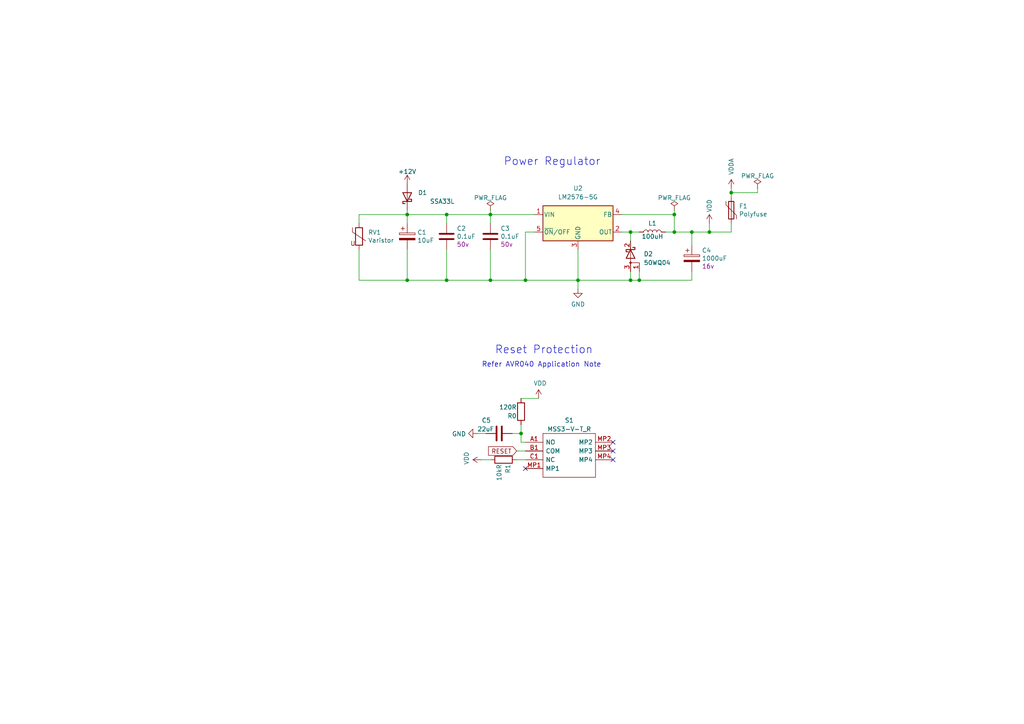
<source format=kicad_sch>
(kicad_sch (version 20211123) (generator eeschema)
  (paper "A4")
  (title_block (title "Speeduino board for Teensy 4.1") (date "2023-01-02") (rev "5") (company "Fontys Eindhoven EXPO group 13 || Speeduino") (comment 1 "Adapted from Speeduino V0.4.4c board"))
  (lib_symbols
    (symbol "Device:C" (pin_numbers hide) (pin_names (offset 0.254))
      (property "Reference" "C" (at 0.635 2.54 0))
      (property "Value" "C" (at 0.635 -2.54 0))
      (symbol "C_0_1"
        (polyline (pts (xy -2.032 -0.762) (xy 2.032 -0.762)) (stroke (width 0.508)))
        (polyline (pts (xy -2.032 0.762) (xy 2.032 0.762)) (stroke (width 0.508)))
      )
      (symbol "C_1_1"
        (pin passive line (at 0 3.81 270) (length 2.794) (name "~") (number "1"))
        (pin passive line (at 0 -3.81 90) (length 2.794) (name "~") (number "2"))
      )
    )
    (symbol "Device:C_Polarized" (pin_numbers hide) (pin_names (offset 0.254))
      (property "Reference" "C" (at 0.635 2.54 0))
      (property "Value" "C_Polarized" (at 0.635 -2.54 0))
      (symbol "C_Polarized_0_1"
        (rectangle (start -2.286 0.508) (end 2.286 1.016))
        (polyline (pts (xy -1.778 2.286) (xy -0.762 2.286)))
        (polyline (pts (xy -1.27 2.794) (xy -1.27 1.778)))
        (rectangle (start 2.286 -0.508) (end -2.286 -1.016) (fill (type outline)))
      )
      (symbol "C_Polarized_1_1"
        (pin passive line (at 0 3.81 270) (length 2.794) (name "~") (number "1"))
        (pin passive line (at 0 -3.81 90) (length 2.794) (name "~") (number "2"))
      )
    )
    (symbol "Device:D_Schottky" (pin_numbers hide) (pin_names (offset 1.016) hide)
      (property "Reference" "D" (at 0 2.54 0))
      (property "Value" "D_Schottky" (at 0 -2.54 0))
      (symbol "D_Schottky_0_1"
        (polyline (pts (xy 1.27 0) (xy -1.27 0)))
        (polyline (pts (xy 1.27 1.27) (xy 1.27 -1.27) (xy -1.27 0) (xy 1.27 1.27)) (stroke (width 0.254)))
        (polyline (pts (xy -1.905 0.635) (xy -1.905 1.27) (xy -1.27 1.27) (xy -1.27 -1.27) (xy -0.635 -1.27) (xy -0.635 -0.635)) (stroke (width 0.254)))
      )
      (symbol "D_Schottky_1_1"
        (pin passive line (at -3.81 0 0) (length 2.54) (name "K") (number "1"))
        (pin passive line (at 3.81 0 180) (length 2.54) (name "A") (number "2"))
      )
    )
    (symbol "Device:D_Schottky_AKA" (pin_names (offset 0) hide)
      (property "Reference" "D" (at 0 2.54 0))
      (property "Value" "D_Schottky_AKA" (at 0 -2.54 0))
      (symbol "D_Schottky_AKA_0_1"
        (polyline (pts (xy 1.27 1.27) (xy 1.27 -1.27) (xy -1.27 0) (xy 1.27 1.27)) (stroke (width 0.254)))
        (polyline (pts (xy 3.81 2.54) (xy 2.54 2.54) (xy 2.54 0) (xy -1.27 0)))
        (polyline (pts (xy -1.905 0.635) (xy -1.905 1.27) (xy -1.27 1.27) (xy -1.27 -1.27) (xy -0.635 -1.27) (xy -0.635 -0.635)) (stroke (width 0.254)))
        (circle (center 2.54 0) (radius 0.254) (fill (type outline)))
      )
      (symbol "D_Schottky_AKA_1_1"
        (pin input line (at 5.08 2.54 180) (length 2.54) (name "A") (number "1"))
        (pin passive line (at -3.81 0 0) (length 2.54) (name "K") (number "2"))
        (pin passive line (at 5.08 0 180) (length 2.54) (name "A") (number "3"))
      )
    )
    (symbol "Device:L" (pin_numbers hide) (pin_names (offset 1.016) hide)
      (property "Reference" "L" (at -1.27 0 90))
      (property "Value" "L" (at 1.905 0 90))
      (symbol "L_0_1"
        (arc (start 0 -2.54) (mid 0.635 -1.905) (end 0 -1.27))
        (arc (start 0 -1.27) (mid 0.635 -0.635) (end 0 0))
        (arc (start 0 0) (mid 0.635 0.635) (end 0 1.27))
        (arc (start 0 1.27) (mid 0.635 1.905) (end 0 2.54))
      )
      (symbol "L_1_1"
        (pin passive line (at 0 3.81 270) (length 1.27) (name "1") (number "1"))
        (pin passive line (at 0 -3.81 90) (length 1.27) (name "2") (number "2"))
      )
    )
    (symbol "Device:Polyfuse" (pin_numbers hide) (pin_names (offset 0))
      (property "Reference" "F" (at -2.54 0 90))
      (property "Value" "Polyfuse" (at 2.54 0 90))
      (symbol "Polyfuse_0_1"
        (rectangle (start -0.762 2.54) (end 0.762 -2.54) (stroke (width 0.254)))
        (polyline (pts (xy 0 2.54) (xy 0 -2.54)))
        (polyline (pts (xy -1.524 2.54) (xy -1.524 1.524) (xy 1.524 -1.524) (xy 1.524 -2.54)))
      )
      (symbol "Polyfuse_1_1"
        (pin passive line (at 0 3.81 270) (length 1.27) (name "~") (number "1"))
        (pin passive line (at 0 -3.81 90) (length 1.27) (name "~") (number "2"))
      )
    )
    (symbol "Device:R" (pin_numbers hide) (pin_names (offset 0))
      (property "Reference" "R" (at 2.032 0 90))
      (property "Value" "R" (at 0 0 90))
      (symbol "R_0_1"
        (rectangle (start -1.016 -2.54) (end 1.016 2.54) (stroke (width 0.254)))
      )
      (symbol "R_1_1"
        (pin passive line (at 0 3.81 270) (length 1.27) (name "~") (number "1"))
        (pin passive line (at 0 -3.81 90) (length 1.27) (name "~") (number "2"))
      )
    )
    (symbol "Device:Varistor" (pin_numbers hide) (pin_names (offset 0))
      (property "Reference" "RV" (at 3.175 0 90))
      (property "Value" "Varistor" (at -3.175 0 90))
      (symbol "Varistor_0_0"
        (text "U" (at -1.778 -2.032 0) (effects (font (size 1.27 1.27))))
      )
      (symbol "Varistor_0_1"
        (rectangle (start -1.016 -2.54) (end 1.016 2.54) (stroke (width 0.254)))
        (polyline (pts (xy -1.905 2.54) (xy -1.905 1.27) (xy 1.905 -1.27)))
      )
      (symbol "Varistor_1_1"
        (pin passive line (at 0 3.81 270) (length 1.27) (name "~") (number "1"))
        (pin passive line (at 0 -3.81 90) (length 1.27) (name "~") (number "2"))
      )
    )
    (symbol "Regulator_Switching:LM2576HVS-5" (pin_names (offset 0.254))
      (property "Reference" "U" (at -10.16 6.35 0))
      (property "Value" "LM2576HVS-5" (at 0 6.35 0))
      (symbol "LM2576HVS-5_0_1"
        (rectangle (start -10.16 5.08) (end 10.16 -5.08) (stroke (width 0.254)) (fill (type background)))
      )
      (symbol "LM2576HVS-5_1_1"
        (pin power_in line (at -12.7 2.54 0) (length 2.54) (name "VIN") (number "1"))
        (pin output line (at 12.7 -2.54 180) (length 2.54) (name "OUT") (number "2"))
        (pin power_in line (at 0 -7.62 90) (length 2.54) (name "GND") (number "3"))
        (pin input line (at 12.7 2.54 180) (length 2.54) (name "FB") (number "4"))
        (pin input line (at -12.7 -2.54 0) (length 2.54) (name "~{ON}/OFF") (number "5"))
      )
    )
    (symbol "Speeduino-lib:MSS3-V-T_R" (pin_names (offset 0.762))
      (property "Reference" "S" (at 21.59 7.62 0))
      (property "Value" "MSS3-V-T_R" (at 21.59 5.08 0))
      (symbol "MSS3-V-T_R_0_0"
        (pin passive line (at 0 0 0) (length 5.08) (name "NO") (number "A1"))
        (pin passive line (at 0 -2.54 0) (length 5.08) (name "COM") (number "B1"))
        (pin passive line (at 0 -5.08 0) (length 5.08) (name "NC") (number "C1"))
        (pin passive line (at 0 -7.62 0) (length 5.08) (name "MP1") (number "MP1"))
        (pin passive line (at 25.4 0 180) (length 5.08) (name "MP2") (number "MP2"))
        (pin passive line (at 25.4 -2.54 180) (length 5.08) (name "MP3") (number "MP3"))
        (pin passive line (at 25.4 -5.08 180) (length 5.08) (name "MP4") (number "MP4"))
      )
      (symbol "MSS3-V-T_R_0_1"
        (polyline (pts (xy 5.08 2.54) (xy 20.32 2.54) (xy 20.32 -10.16) (xy 5.08 -10.16) (xy 5.08 2.54)) (stroke (width 0.1524)))
      )
    )
    (symbol "power:+12V" (power) (pin_names (offset 0))
      (property "Value" "+12V" (at 0 3.556 0))
      (symbol "+12V_0_1"
        (polyline (pts (xy -0.762 1.27) (xy 0 2.54)))
        (polyline (pts (xy 0 0) (xy 0 2.54)))
        (polyline (pts (xy 0 2.54) (xy 0.762 1.27)))
      )
      (symbol "+12V_1_1"
        (pin power_in line (at 0 0 90) (length 0) hide (name "+12V") (number "1"))
      )
    )
    (symbol "power:GND" (power) (pin_names (offset 0))
      (property "Value" "GND" (at 0 -3.81 0))
      (symbol "GND_0_1"
        (polyline (pts (xy 0 0) (xy 0 -1.27) (xy 1.27 -1.27) (xy 0 -2.54) (xy -1.27 -1.27) (xy 0 -1.27)))
      )
      (symbol "GND_1_1"
        (pin power_in line (at 0 0 270) (length 0) hide (name "GND") (number "1"))
      )
    )
    (symbol "power:PWR_FLAG" (power) (pin_numbers hide) (pin_names (offset 0) hide)
      (property "Value" "PWR_FLAG" (at 0 3.81 0))
      (symbol "PWR_FLAG_0_0"
        (pin power_out line (at 0 0 90) (length 0) (name "pwr") (number "1"))
      )
      (symbol "PWR_FLAG_0_1"
        (polyline (pts (xy 0 0) (xy 0 1.27) (xy -1.016 1.905) (xy 0 2.54) (xy 1.016 1.905) (xy 0 1.27)))
      )
    )
    (symbol "power:VDD" (power) (pin_names (offset 0))
      (property "Value" "VDD" (at 0 3.81 0))
      (symbol "VDD_0_1"
        (polyline (pts (xy -0.762 1.27) (xy 0 2.54)))
        (polyline (pts (xy 0 0) (xy 0 2.54)))
        (polyline (pts (xy 0 2.54) (xy 0.762 1.27)))
      )
      (symbol "VDD_1_1"
        (pin power_in line (at 0 0 90) (length 0) hide (name "VDD") (number "1"))
      )
    )
    (symbol "power:VDDA" (power) (pin_names (offset 0))
      (property "Value" "VDDA" (at 0 3.81 0))
      (symbol "VDDA_0_1"
        (polyline (pts (xy -0.762 1.27) (xy 0 2.54)))
        (polyline (pts (xy 0 0) (xy 0 2.54)))
        (polyline (pts (xy 0 2.54) (xy 0.762 1.27)))
      )
      (symbol "VDDA_1_1"
        (pin power_in line (at 0 0 90) (length 0) hide (name "VDDA") (number "1"))
      )
    )
  )
  (junction (at 185.42 81.28))
  (junction (at 152.4 81.28))
  (junction (at 200.66 67.31))
  (junction (at 151.13 125.73))
  (junction (at 195.58 62.23))
  (junction (at 118.11 62.23))
  (junction (at 212.09 55.88))
  (junction (at 205.74 67.31))
  (junction (at 142.24 62.23))
  (junction (at 182.88 67.31))
  (junction (at 129.54 62.23))
  (junction (at 129.54 81.28))
  (junction (at 182.88 81.28))
  (junction (at 142.24 81.28))
  (junction (at 195.58 67.31))
  (junction (at 167.64 81.28))
  (junction (at 118.11 81.28))
  (no_connect (at 177.8 133.35))
  (no_connect (at 177.8 128.27))
  (no_connect (at 152.4 135.89))
  (no_connect (at 177.8 130.81))
  (wire (pts (xy 185.42 81.28) (xy 200.66 81.28)))
  (wire (pts (xy 212.09 55.88) (xy 219.71 55.88)))
  (wire (pts (xy 151.13 128.27) (xy 152.4 128.27)))
  (wire (pts (xy 104.14 81.28) (xy 118.11 81.28)))
  (wire (pts (xy 185.42 78.74) (xy 185.42 81.28)))
  (wire (pts (xy 149.86 130.81) (xy 152.4 130.81)))
  (wire (pts (xy 142.24 60.96) (xy 142.24 62.23)))
  (wire (pts (xy 182.88 67.31) (xy 185.42 67.31)))
  (wire (pts (xy 118.11 62.23) (xy 104.14 62.23)))
  (wire (pts (xy 104.14 72.39) (xy 104.14 81.28)))
  (wire (pts (xy 212.09 54.61) (xy 212.09 55.88)))
  (wire (pts (xy 151.13 128.27) (xy 151.13 125.73)))
  (wire (pts (xy 118.11 62.23) (xy 118.11 64.77)))
  (wire (pts (xy 149.86 133.35) (xy 152.4 133.35)))
  (wire (pts (xy 151.13 125.73) (xy 151.13 123.19)))
  (wire (pts (xy 205.74 67.31) (xy 212.09 67.31)))
  (wire (pts (xy 118.11 60.96) (xy 118.11 62.23)))
  (wire (pts (xy 151.13 115.57) (xy 156.21 115.57)))
  (wire (pts (xy 167.64 81.28) (xy 167.64 83.82)))
  (wire (pts (xy 182.88 81.28) (xy 185.42 81.28)))
  (wire (pts (xy 129.54 62.23) (xy 129.54 64.77)))
  (wire (pts (xy 205.74 64.77) (xy 205.74 67.31)))
  (wire (pts (xy 118.11 72.39) (xy 118.11 81.28)))
  (wire (pts (xy 212.09 64.77) (xy 212.09 67.31)))
  (wire (pts (xy 195.58 67.31) (xy 195.58 62.23)))
  (wire (pts (xy 182.88 69.85) (xy 182.88 67.31)))
  (wire (pts (xy 129.54 72.39) (xy 129.54 81.28)))
  (wire (pts (xy 118.11 62.23) (xy 129.54 62.23)))
  (wire (pts (xy 219.71 54.61) (xy 219.71 55.88)))
  (wire (pts (xy 142.24 62.23) (xy 142.24 64.77)))
  (wire (pts (xy 142.24 72.39) (xy 142.24 81.28)))
  (wire (pts (xy 139.7 133.35) (xy 142.24 133.35)))
  (wire (pts (xy 167.64 72.39) (xy 167.64 81.28)))
  (wire (pts (xy 152.4 81.28) (xy 167.64 81.28)))
  (wire (pts (xy 200.66 67.31) (xy 205.74 67.31)))
  (wire (pts (xy 142.24 81.28) (xy 152.4 81.28)))
  (wire (pts (xy 182.88 78.74) (xy 182.88 81.28)))
  (wire (pts (xy 129.54 81.28) (xy 142.24 81.28)))
  (wire (pts (xy 129.54 62.23) (xy 142.24 62.23)))
  (wire (pts (xy 104.14 62.23) (xy 104.14 64.77)))
  (wire (pts (xy 193.04 67.31) (xy 195.58 67.31)))
  (wire (pts (xy 195.58 62.23) (xy 180.34 62.23)))
  (wire (pts (xy 195.58 60.96) (xy 195.58 62.23)))
  (wire (pts (xy 167.64 81.28) (xy 182.88 81.28)))
  (wire (pts (xy 180.34 67.31) (xy 182.88 67.31)))
  (wire (pts (xy 195.58 67.31) (xy 200.66 67.31)))
  (wire (pts (xy 200.66 67.31) (xy 200.66 71.12)))
  (wire (pts (xy 148.59 125.73) (xy 151.13 125.73)))
  (wire (pts (xy 200.66 78.74) (xy 200.66 81.28)))
  (wire (pts (xy 152.4 81.28) (xy 152.4 67.31)))
  (wire (pts (xy 118.11 81.28) (xy 129.54 81.28)))
  (wire (pts (xy 138.43 125.73) (xy 140.97 125.73)))
  (wire (pts (xy 142.24 62.23) (xy 154.94 62.23)))
  (wire (pts (xy 152.4 67.31) (xy 154.94 67.31)))
  (wire (pts (xy 212.09 55.88) (xy 212.09 57.15)))
  (text "Power Regulator" (at 146.05 48.26 0) (effects (font (size 2.2606 2.2606)) (justify left bottom)))
  (text "Reset Protection" (at 143.51 102.87 0) (effects (font (size 2.2606 2.2606)) (justify left bottom)))
  (text "Refer AVR040 Application Note" (at 139.7 106.68 0) (effects (font (size 1.4732 1.4732)) (justify left bottom)))
  (global_label "RESET" (shape input) (at 149.86 130.81 180) (property "Intersheet References" "${INTERSHEET_REFS}" (effects hide)))
  (symbol (lib_id "Device:R") (at 146.05 133.35 270) (unit 1)
    (property "Reference" "R1" (at 147.32 134.62 0) (effects (justify left)))
    (property "Value" "10kR" (at 144.78 134.62 0) (effects (justify left)))
    (property "Footprint" "Resistor_SMD:R_0805_2012Metric" (effects hide))
    (property "Digikey Part Number" "3399587" (effects hide))
    (property "Manufacturer_Name" "Neohm" (effects hide))
    (property "Manufacturer_Part_Number" "CRG0805F10K/10" (effects hide))
    (property "URL" "https://nl.farnell.com/te-connectivity-neohm/crg0805f10k-10/res-10k-1-0-125w-0805-thick-film/dp/3399587" (effects hide))
  )
  (symbol (lib_id "power:VDD") (at 139.7 133.35 90) (unit 1)
    (property "Reference" "#PWR0158" (effects hide))
    (property "Value" "VDD" (at 135.3058 132.9182 0))
  )
  (symbol (lib_id "Device:C") (at 144.78 125.73 270) (unit 1)
    (property "Reference" "C5" (at 139.7 121.92 90) (effects (justify left)))
    (property "Value" "22uF" (at 138.43 124.46 90) (effects (justify left)))
    (property "Footprint" "Capacitor_SMD:C_0805_2012Metric" (effects hide))
    (property "Digikey Part Number" "3581408" (effects hide))
    (property "Manufacturer_Name" "Murata" (effects hide))
    (property "Manufacturer_Part_Number" "GRM21BR61A226ME51K" (effects hide))
    (property "URL" "https://nl.farnell.com/murata/grm21br61a226me51k/cap-22uf-10v-mlcc-0805/dp/3581408" (effects hide))
  )
  (symbol (lib_id "Device:R") (at 151.13 119.38 180) (unit 1)
    (property "Reference" "R0" (at 149.86 120.65 0) (effects (justify left)))
    (property "Value" "120R" (at 149.86 118.11 0) (effects (justify left)))
    (property "Footprint" "Resistor_SMD:R_0603_1608Metric" (effects hide))
    (property "Digikey Part Number" "2670000" (effects hide))
    (property "Manufacturer_Name" "Walsin" (effects hide))
    (property "Manufacturer_Part_Number" "WF06P1200FTL" (effects hide))
    (property "URL" "https://nl.farnell.com/walsin/wf06p1200ftl/res-120r-1-0-125w-0603-thick-film/dp/2670000" (effects hide))
  )
  (symbol (lib_id "power:VDD") (at 156.21 115.57 0) (unit 1)
    (property "Reference" "#PWR0160" (effects hide))
    (property "Value" "VDD" (at 156.6418 111.1758 0))
  )
  (symbol (lib_id "power:GND") (at 138.43 125.73 270) (unit 1)
    (property "Reference" "#PWR0159" (effects hide))
    (property "Value" "GND" (at 135.1788 125.857 90) (effects (justify right)))
  )
  (symbol (lib_id "Device:L") (at 189.23 67.31 90) (unit 1)
    (property "Reference" "L1" (at 189.23 64.77 90))
    (property "Value" "100uH" (at 189.23 68.58 90))
    (property "Footprint" "Inductor_SMD:L_12x12mm_H8mm" (effects hide))
    (property "Digikey Part Number" "2288307" (effects hide))
    (property "Manufacturer_Name" "Coilcraft" (effects hide))
    (property "Manufacturer_Part_Number" "MSS1210-104KED" (effects hide))
    (property "URL" "https://nl.farnell.com/coilcraft/mss1210-104ked/inductor-100uh-3-4a-10-pwr-3-6mhz/dp/2288307?st=2288307" (effects hide))
  )
  (symbol (lib_id "Device:Varistor") (at 104.14 68.58 0) (unit 1)
    (property "Reference" "RV1" (at 106.7562 67.4116 0) (effects (justify left)))
    (property "Value" "Varistor" (at 106.7562 69.723 0) (effects (justify left)))
    (property "Footprint" "Capacitor_SMD:C_2220_5650Metric" (effects hide))
    (property "Digikey Part Number" "2989479" (effects hide))
    (property "Manufacturer_Name" "Kemet" (effects hide))
    (property "Manufacturer_Part_Number" "VC2220K122R014" (effects hide))
    (property "URL" "https://nl.farnell.com/kemet/vc2220k122r014/varistor-mlv-38v-2220/dp/2989479" (effects hide))
  )
  (symbol (lib_id "Device:C") (at 142.24 68.58 0) (unit 1)
    (property "Reference" "C3" (at 145.161 66.2686 0) (effects (justify left)))
    (property "Value" "0.1uF" (at 145.161 68.58 0) (effects (justify left)))
    (property "Footprint" "Capacitor_SMD:C_0805_2012Metric" (effects hide))
    (property "Voltage" "50v" (at 145.161 70.8914 0) (effects (justify left)))
    (property "Digikey Part Number" "3296136" (effects hide))
    (property "Manufacturer_Name" "Vishay" (effects hide))
    (property "Manufacturer_Part_Number" "VJ0805Y104KXAPW1BC" (effects hide))
    (property "URL" "https://nl.farnell.com/vishay/vj0805y104kxapw1bc/cap-0-1uf-50v-mlcc-0805/dp/3296136" (effects hide))
  )
  (symbol (lib_id "power:VDDA") (at 212.09 54.61 0) (unit 1)
    (property "Reference" "#PWR0155" (effects hide))
    (property "Value" "VDDA" (at 212.09 50.8 90) (effects (justify left)))
  )
  (symbol (lib_id "power:PWR_FLAG") (at 195.58 60.96 0) (unit 1)
    (property "Reference" "#FLG0103" (effects hide))
    (property "Value" "PWR_FLAG" (at 195.58 57.3842 0))
  )
  (symbol (lib_id "Device:D_Schottky") (at 118.11 57.15 90) (unit 1)
    (property "Reference" "D1" (at 122.555 55.88 90))
    (property "Value" "SSA33L" (at 128.27 58.42 90))
    (property "Footprint" "Diode_SMD:D_SMA" (effects hide))
    (property "Digikey Part Number" "1336552" (effects hide))
    (property "Manufacturer_Name" "Vishay" (effects hide))
    (property "Manufacturer_Part_Number" "SSA33L-E3/61T" (effects hide))
    (property "URL" "https://nl.farnell.com/vishay/ssa33l-e3-61t/diode-schottky-3a-30v/dp/1336552" (effects hide))
  )
  (symbol (lib_id "Regulator_Switching:LM2576HVS-5") (at 167.64 64.77 0) (unit 1)
    (property "Reference" "U2" (at 167.64 54.61 0))
    (property "Value" "LM2576-5G" (at 167.64 57.15 0))
    (property "Footprint" "Package_TO_SOT_SMD:TO-263-5_TabPin6" (effects hide))
    (property "Digikey Part Number" "2534166" (effects hide))
    (property "Manufacturer_Name" "Onsemi" (effects hide))
    (property "Manufacturer_Part_Number" "LM2576D2TR4-5G" (effects hide))
    (property "URL" "https://nl.farnell.com/on-semiconductor/lm2576d2tr4-5g/dc-dc-converter-buck-52khz-to/dp/2534166?st=2534166" (effects hide))
  )
  (symbol (lib_id "Device:D_Schottky_AKA") (at 182.88 73.66 270) (unit 1)
    (property "Reference" "D2" (at 186.69 73.66 90) (effects (justify left)))
    (property "Value" "50WQ04" (at 186.69 76.2 90) (effects (justify left)))
    (property "Footprint" "Package_TO_SOT_SMD:TO-252-3_TabPin4" (effects hide))
    (property "Digikey Part Number" "2646457" (effects hide))
    (property "Manufacturer_Name" "Vishay" (effects hide))
    (property "Manufacturer_Part_Number" "VS-50WQ04FNTR-M3" (effects hide))
    (property "URL" "https://nl.farnell.com/vishay/vs-50wq04fntr-m3/schottky-rect-single-40v-to-252aa/dp/2646457?st=VS-50WQ04FNTR-M3" (effects hide))
  )
  (symbol (lib_id "Device:Polyfuse") (at 212.09 60.96 0) (unit 1)
    (property "Reference" "F1" (at 214.3252 59.7916 0) (effects (justify left)))
    (property "Value" "Polyfuse" (at 214.3252 62.103 0) (effects (justify left)))
    (property "Footprint" "Fuse:Fuse_1812_4532Metric" (effects hide))
    (property "Digikey Part Number" "3052512" (effects hide))
    (property "Manufacturer_Name" "Yageo" (effects hide))
    (property "Manufacturer_Part_Number" "SMD1812B050TF/30" (effects hide))
    (property "URL" "https://nl.farnell.com/yageo/smd1812b050tf-30/pptc-resettable-fuse-0-5a-30vdc/dp/3052512" (effects hide))
  )
  (symbol (lib_id "Device:C_Polarized") (at 200.66 74.93 0) (unit 1)
    (property "Reference" "C4" (at 203.581 72.6186 0) (effects (justify left)))
    (property "Value" "1000uF" (at 203.581 74.93 0) (effects (justify left)))
    (property "Footprint" "Capacitor_SMD:CP_Elec_16x17.5" (effects hide))
    (property "Voltage" "16v" (at 203.581 77.2414 0) (effects (justify left)))
    (property "Digikey Part Number" "2630479" (effects hide))
    (property "Manufacturer_Name" "Multicomp" (effects hide))
    (property "Manufacturer_Part_Number" "MCVZH050M102JB7L" (effects hide))
    (property "URL" "https://nl.farnell.com/multicomp/mcvfz050m102jb7l/cap-1000-f-50v-smd/dp/2630479" (effects hide))
  )
  (symbol (lib_id "Device:C") (at 129.54 68.58 0) (unit 1)
    (property "Reference" "C2" (at 132.461 66.2686 0) (effects (justify left)))
    (property "Value" "0.1uF" (at 132.461 68.58 0) (effects (justify left)))
    (property "Footprint" "Capacitor_SMD:C_0805_2012Metric" (effects hide))
    (property "Voltage" "50v" (at 132.461 70.8914 0) (effects (justify left)))
    (property "Digikey Part Number" "3296136" (effects hide))
    (property "Manufacturer_Name" "Vishay" (effects hide))
    (property "Manufacturer_Part_Number" "VJ0805Y104KXAPW1BC" (effects hide))
    (property "URL" "https://nl.farnell.com/vishay/vj0805y104kxapw1bc/cap-0-1uf-50v-mlcc-0805/dp/3296136" (effects hide))
  )
  (symbol (lib_id "power:PWR_FLAG") (at 142.24 60.96 0) (unit 1)
    (property "Reference" "#FLG0104" (effects hide))
    (property "Value" "PWR_FLAG" (at 142.24 57.3842 0))
  )
  (symbol (lib_id "power:PWR_FLAG") (at 219.71 54.61 0) (unit 1)
    (property "Reference" "#FLG0102" (effects hide))
    (property "Value" "PWR_FLAG" (at 219.71 51.0342 0))
  )
  (symbol (lib_id "Speeduino-lib:MSS3-V-T_R") (at 152.4 128.27 0) (unit 1)
    (property "Reference" "S1" (at 165.1 121.92 0))
    (property "Value" "MSS3-V-T_R" (at 165.1 124.46 0))
    (property "Footprint" "Speeduino-lib:MSS3VTR" (effects hide))
    (property "Manufacturer_Name" "Multicomp" (effects hide))
    (property "Manufacturer_Part_Number" "MSS3-V-T/R" (effects hide))
    (property "Digikey Part Number" "2113262" (effects hide))
    (property "URL" "https://nl.farnell.com/multicomp/mss3-v-t-r/switch-spdt-0-3a-4vdc-smd-horiz/dp/2113262" (effects hide))
  )
  (symbol (lib_id "power:+12V") (at 118.11 53.34 0) (unit 1)
    (property "Reference" "#PWR0161" (effects hide))
    (property "Value" "+12V" (at 118.11 49.7642 0))
  )
  (symbol (lib_id "power:GND") (at 167.64 83.82 0) (unit 1)
    (property "Reference" "#PWR0157" (effects hide))
    (property "Value" "GND" (at 167.64 88.265 0))
  )
  (symbol (lib_id "Device:C_Polarized") (at 118.11 68.58 0) (unit 1)
    (property "Reference" "C1" (at 121.031 67.4116 0) (effects (justify left)))
    (property "Value" "10uF" (at 121.031 69.723 0) (effects (justify left)))
    (property "Footprint" "Capacitor_Tantalum_SMD:CP_EIA-7343-31_Kemet-D" (effects hide))
    (property "Voltage" "35v" (effects hide))
    (property "Digikey Part Number" "1432387" (effects hide))
    (property "Manufacturer_Name" "AVX" (effects hide))
    (property "Manufacturer_Part_Number" "TAJD106K050RNJ" (effects hide))
    (property "URL" "https://nl.farnell.com/avx/tajd106k050rnj/cap-10-f-50v-10-2917-smd/dp/1432387" (effects hide))
  )
  (symbol (lib_id "power:VDD") (at 205.74 64.77 0) (unit 1)
    (property "Reference" "#PWR0156" (effects hide))
    (property "Value" "VDD" (at 205.74 59.69 90))
  )
)
</source>
